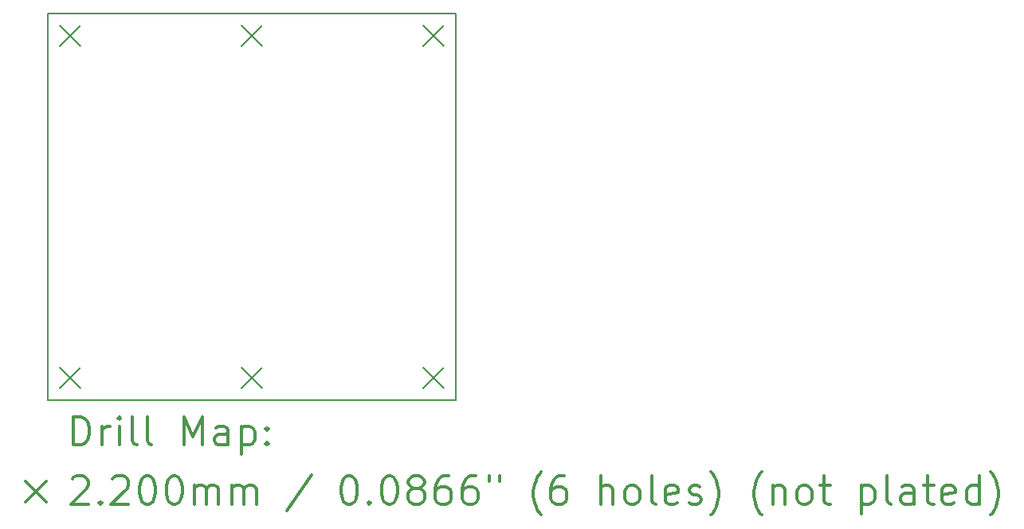
<source format=gbr>
%FSLAX45Y45*%
G04 Gerber Fmt 4.5, Leading zero omitted, Abs format (unit mm)*
G04 Created by KiCad (PCBNEW 5.1.10-88a1d61d58~88~ubuntu20.04.1) date 2021-05-09 22:10:33*
%MOMM*%
%LPD*%
G01*
G04 APERTURE LIST*
%TA.AperFunction,Profile*%
%ADD10C,0.200000*%
%TD*%
%ADD11C,0.200000*%
%ADD12C,0.300000*%
G04 APERTURE END LIST*
D10*
X11960000Y-7620000D02*
X11960000Y-3500000D01*
X16300000Y-7620000D02*
X11960000Y-7620000D01*
X16300000Y-3500000D02*
X16300000Y-7620000D01*
X11960000Y-3500000D02*
X16300000Y-3500000D01*
D11*
X12090000Y-3630000D02*
X12310000Y-3850000D01*
X12310000Y-3630000D02*
X12090000Y-3850000D01*
X12090000Y-7270000D02*
X12310000Y-7490000D01*
X12310000Y-7270000D02*
X12090000Y-7490000D01*
X14020000Y-3630000D02*
X14240000Y-3850000D01*
X14240000Y-3630000D02*
X14020000Y-3850000D01*
X14020000Y-7270000D02*
X14240000Y-7490000D01*
X14240000Y-7270000D02*
X14020000Y-7490000D01*
X15950000Y-3630000D02*
X16170000Y-3850000D01*
X16170000Y-3630000D02*
X15950000Y-3850000D01*
X15950000Y-7270000D02*
X16170000Y-7490000D01*
X16170000Y-7270000D02*
X15950000Y-7490000D01*
D12*
X12236428Y-8095714D02*
X12236428Y-7795714D01*
X12307857Y-7795714D01*
X12350714Y-7810000D01*
X12379286Y-7838571D01*
X12393571Y-7867143D01*
X12407857Y-7924286D01*
X12407857Y-7967143D01*
X12393571Y-8024286D01*
X12379286Y-8052857D01*
X12350714Y-8081429D01*
X12307857Y-8095714D01*
X12236428Y-8095714D01*
X12536428Y-8095714D02*
X12536428Y-7895714D01*
X12536428Y-7952857D02*
X12550714Y-7924286D01*
X12565000Y-7910000D01*
X12593571Y-7895714D01*
X12622143Y-7895714D01*
X12722143Y-8095714D02*
X12722143Y-7895714D01*
X12722143Y-7795714D02*
X12707857Y-7810000D01*
X12722143Y-7824286D01*
X12736428Y-7810000D01*
X12722143Y-7795714D01*
X12722143Y-7824286D01*
X12907857Y-8095714D02*
X12879286Y-8081429D01*
X12865000Y-8052857D01*
X12865000Y-7795714D01*
X13065000Y-8095714D02*
X13036428Y-8081429D01*
X13022143Y-8052857D01*
X13022143Y-7795714D01*
X13407857Y-8095714D02*
X13407857Y-7795714D01*
X13507857Y-8010000D01*
X13607857Y-7795714D01*
X13607857Y-8095714D01*
X13879286Y-8095714D02*
X13879286Y-7938571D01*
X13865000Y-7910000D01*
X13836428Y-7895714D01*
X13779286Y-7895714D01*
X13750714Y-7910000D01*
X13879286Y-8081429D02*
X13850714Y-8095714D01*
X13779286Y-8095714D01*
X13750714Y-8081429D01*
X13736428Y-8052857D01*
X13736428Y-8024286D01*
X13750714Y-7995714D01*
X13779286Y-7981429D01*
X13850714Y-7981429D01*
X13879286Y-7967143D01*
X14022143Y-7895714D02*
X14022143Y-8195714D01*
X14022143Y-7910000D02*
X14050714Y-7895714D01*
X14107857Y-7895714D01*
X14136428Y-7910000D01*
X14150714Y-7924286D01*
X14165000Y-7952857D01*
X14165000Y-8038571D01*
X14150714Y-8067143D01*
X14136428Y-8081429D01*
X14107857Y-8095714D01*
X14050714Y-8095714D01*
X14022143Y-8081429D01*
X14293571Y-8067143D02*
X14307857Y-8081429D01*
X14293571Y-8095714D01*
X14279286Y-8081429D01*
X14293571Y-8067143D01*
X14293571Y-8095714D01*
X14293571Y-7910000D02*
X14307857Y-7924286D01*
X14293571Y-7938571D01*
X14279286Y-7924286D01*
X14293571Y-7910000D01*
X14293571Y-7938571D01*
X11730000Y-8480000D02*
X11950000Y-8700000D01*
X11950000Y-8480000D02*
X11730000Y-8700000D01*
X12222143Y-8454286D02*
X12236428Y-8440000D01*
X12265000Y-8425714D01*
X12336428Y-8425714D01*
X12365000Y-8440000D01*
X12379286Y-8454286D01*
X12393571Y-8482857D01*
X12393571Y-8511429D01*
X12379286Y-8554286D01*
X12207857Y-8725714D01*
X12393571Y-8725714D01*
X12522143Y-8697143D02*
X12536428Y-8711429D01*
X12522143Y-8725714D01*
X12507857Y-8711429D01*
X12522143Y-8697143D01*
X12522143Y-8725714D01*
X12650714Y-8454286D02*
X12665000Y-8440000D01*
X12693571Y-8425714D01*
X12765000Y-8425714D01*
X12793571Y-8440000D01*
X12807857Y-8454286D01*
X12822143Y-8482857D01*
X12822143Y-8511429D01*
X12807857Y-8554286D01*
X12636428Y-8725714D01*
X12822143Y-8725714D01*
X13007857Y-8425714D02*
X13036428Y-8425714D01*
X13065000Y-8440000D01*
X13079286Y-8454286D01*
X13093571Y-8482857D01*
X13107857Y-8540000D01*
X13107857Y-8611429D01*
X13093571Y-8668572D01*
X13079286Y-8697143D01*
X13065000Y-8711429D01*
X13036428Y-8725714D01*
X13007857Y-8725714D01*
X12979286Y-8711429D01*
X12965000Y-8697143D01*
X12950714Y-8668572D01*
X12936428Y-8611429D01*
X12936428Y-8540000D01*
X12950714Y-8482857D01*
X12965000Y-8454286D01*
X12979286Y-8440000D01*
X13007857Y-8425714D01*
X13293571Y-8425714D02*
X13322143Y-8425714D01*
X13350714Y-8440000D01*
X13365000Y-8454286D01*
X13379286Y-8482857D01*
X13393571Y-8540000D01*
X13393571Y-8611429D01*
X13379286Y-8668572D01*
X13365000Y-8697143D01*
X13350714Y-8711429D01*
X13322143Y-8725714D01*
X13293571Y-8725714D01*
X13265000Y-8711429D01*
X13250714Y-8697143D01*
X13236428Y-8668572D01*
X13222143Y-8611429D01*
X13222143Y-8540000D01*
X13236428Y-8482857D01*
X13250714Y-8454286D01*
X13265000Y-8440000D01*
X13293571Y-8425714D01*
X13522143Y-8725714D02*
X13522143Y-8525714D01*
X13522143Y-8554286D02*
X13536428Y-8540000D01*
X13565000Y-8525714D01*
X13607857Y-8525714D01*
X13636428Y-8540000D01*
X13650714Y-8568572D01*
X13650714Y-8725714D01*
X13650714Y-8568572D02*
X13665000Y-8540000D01*
X13693571Y-8525714D01*
X13736428Y-8525714D01*
X13765000Y-8540000D01*
X13779286Y-8568572D01*
X13779286Y-8725714D01*
X13922143Y-8725714D02*
X13922143Y-8525714D01*
X13922143Y-8554286D02*
X13936428Y-8540000D01*
X13965000Y-8525714D01*
X14007857Y-8525714D01*
X14036428Y-8540000D01*
X14050714Y-8568572D01*
X14050714Y-8725714D01*
X14050714Y-8568572D02*
X14065000Y-8540000D01*
X14093571Y-8525714D01*
X14136428Y-8525714D01*
X14165000Y-8540000D01*
X14179286Y-8568572D01*
X14179286Y-8725714D01*
X14765000Y-8411429D02*
X14507857Y-8797143D01*
X15150714Y-8425714D02*
X15179286Y-8425714D01*
X15207857Y-8440000D01*
X15222143Y-8454286D01*
X15236428Y-8482857D01*
X15250714Y-8540000D01*
X15250714Y-8611429D01*
X15236428Y-8668572D01*
X15222143Y-8697143D01*
X15207857Y-8711429D01*
X15179286Y-8725714D01*
X15150714Y-8725714D01*
X15122143Y-8711429D01*
X15107857Y-8697143D01*
X15093571Y-8668572D01*
X15079286Y-8611429D01*
X15079286Y-8540000D01*
X15093571Y-8482857D01*
X15107857Y-8454286D01*
X15122143Y-8440000D01*
X15150714Y-8425714D01*
X15379286Y-8697143D02*
X15393571Y-8711429D01*
X15379286Y-8725714D01*
X15365000Y-8711429D01*
X15379286Y-8697143D01*
X15379286Y-8725714D01*
X15579286Y-8425714D02*
X15607857Y-8425714D01*
X15636428Y-8440000D01*
X15650714Y-8454286D01*
X15665000Y-8482857D01*
X15679286Y-8540000D01*
X15679286Y-8611429D01*
X15665000Y-8668572D01*
X15650714Y-8697143D01*
X15636428Y-8711429D01*
X15607857Y-8725714D01*
X15579286Y-8725714D01*
X15550714Y-8711429D01*
X15536428Y-8697143D01*
X15522143Y-8668572D01*
X15507857Y-8611429D01*
X15507857Y-8540000D01*
X15522143Y-8482857D01*
X15536428Y-8454286D01*
X15550714Y-8440000D01*
X15579286Y-8425714D01*
X15850714Y-8554286D02*
X15822143Y-8540000D01*
X15807857Y-8525714D01*
X15793571Y-8497143D01*
X15793571Y-8482857D01*
X15807857Y-8454286D01*
X15822143Y-8440000D01*
X15850714Y-8425714D01*
X15907857Y-8425714D01*
X15936428Y-8440000D01*
X15950714Y-8454286D01*
X15965000Y-8482857D01*
X15965000Y-8497143D01*
X15950714Y-8525714D01*
X15936428Y-8540000D01*
X15907857Y-8554286D01*
X15850714Y-8554286D01*
X15822143Y-8568572D01*
X15807857Y-8582857D01*
X15793571Y-8611429D01*
X15793571Y-8668572D01*
X15807857Y-8697143D01*
X15822143Y-8711429D01*
X15850714Y-8725714D01*
X15907857Y-8725714D01*
X15936428Y-8711429D01*
X15950714Y-8697143D01*
X15965000Y-8668572D01*
X15965000Y-8611429D01*
X15950714Y-8582857D01*
X15936428Y-8568572D01*
X15907857Y-8554286D01*
X16222143Y-8425714D02*
X16165000Y-8425714D01*
X16136428Y-8440000D01*
X16122143Y-8454286D01*
X16093571Y-8497143D01*
X16079286Y-8554286D01*
X16079286Y-8668572D01*
X16093571Y-8697143D01*
X16107857Y-8711429D01*
X16136428Y-8725714D01*
X16193571Y-8725714D01*
X16222143Y-8711429D01*
X16236428Y-8697143D01*
X16250714Y-8668572D01*
X16250714Y-8597143D01*
X16236428Y-8568572D01*
X16222143Y-8554286D01*
X16193571Y-8540000D01*
X16136428Y-8540000D01*
X16107857Y-8554286D01*
X16093571Y-8568572D01*
X16079286Y-8597143D01*
X16507857Y-8425714D02*
X16450714Y-8425714D01*
X16422143Y-8440000D01*
X16407857Y-8454286D01*
X16379286Y-8497143D01*
X16365000Y-8554286D01*
X16365000Y-8668572D01*
X16379286Y-8697143D01*
X16393571Y-8711429D01*
X16422143Y-8725714D01*
X16479286Y-8725714D01*
X16507857Y-8711429D01*
X16522143Y-8697143D01*
X16536428Y-8668572D01*
X16536428Y-8597143D01*
X16522143Y-8568572D01*
X16507857Y-8554286D01*
X16479286Y-8540000D01*
X16422143Y-8540000D01*
X16393571Y-8554286D01*
X16379286Y-8568572D01*
X16365000Y-8597143D01*
X16650714Y-8425714D02*
X16650714Y-8482857D01*
X16765000Y-8425714D02*
X16765000Y-8482857D01*
X17207857Y-8840000D02*
X17193571Y-8825714D01*
X17165000Y-8782857D01*
X17150714Y-8754286D01*
X17136428Y-8711429D01*
X17122143Y-8640000D01*
X17122143Y-8582857D01*
X17136428Y-8511429D01*
X17150714Y-8468572D01*
X17165000Y-8440000D01*
X17193571Y-8397143D01*
X17207857Y-8382857D01*
X17450714Y-8425714D02*
X17393571Y-8425714D01*
X17365000Y-8440000D01*
X17350714Y-8454286D01*
X17322143Y-8497143D01*
X17307857Y-8554286D01*
X17307857Y-8668572D01*
X17322143Y-8697143D01*
X17336428Y-8711429D01*
X17365000Y-8725714D01*
X17422143Y-8725714D01*
X17450714Y-8711429D01*
X17465000Y-8697143D01*
X17479286Y-8668572D01*
X17479286Y-8597143D01*
X17465000Y-8568572D01*
X17450714Y-8554286D01*
X17422143Y-8540000D01*
X17365000Y-8540000D01*
X17336428Y-8554286D01*
X17322143Y-8568572D01*
X17307857Y-8597143D01*
X17836428Y-8725714D02*
X17836428Y-8425714D01*
X17965000Y-8725714D02*
X17965000Y-8568572D01*
X17950714Y-8540000D01*
X17922143Y-8525714D01*
X17879286Y-8525714D01*
X17850714Y-8540000D01*
X17836428Y-8554286D01*
X18150714Y-8725714D02*
X18122143Y-8711429D01*
X18107857Y-8697143D01*
X18093571Y-8668572D01*
X18093571Y-8582857D01*
X18107857Y-8554286D01*
X18122143Y-8540000D01*
X18150714Y-8525714D01*
X18193571Y-8525714D01*
X18222143Y-8540000D01*
X18236428Y-8554286D01*
X18250714Y-8582857D01*
X18250714Y-8668572D01*
X18236428Y-8697143D01*
X18222143Y-8711429D01*
X18193571Y-8725714D01*
X18150714Y-8725714D01*
X18422143Y-8725714D02*
X18393571Y-8711429D01*
X18379286Y-8682857D01*
X18379286Y-8425714D01*
X18650714Y-8711429D02*
X18622143Y-8725714D01*
X18565000Y-8725714D01*
X18536428Y-8711429D01*
X18522143Y-8682857D01*
X18522143Y-8568572D01*
X18536428Y-8540000D01*
X18565000Y-8525714D01*
X18622143Y-8525714D01*
X18650714Y-8540000D01*
X18665000Y-8568572D01*
X18665000Y-8597143D01*
X18522143Y-8625714D01*
X18779286Y-8711429D02*
X18807857Y-8725714D01*
X18865000Y-8725714D01*
X18893571Y-8711429D01*
X18907857Y-8682857D01*
X18907857Y-8668572D01*
X18893571Y-8640000D01*
X18865000Y-8625714D01*
X18822143Y-8625714D01*
X18793571Y-8611429D01*
X18779286Y-8582857D01*
X18779286Y-8568572D01*
X18793571Y-8540000D01*
X18822143Y-8525714D01*
X18865000Y-8525714D01*
X18893571Y-8540000D01*
X19007857Y-8840000D02*
X19022143Y-8825714D01*
X19050714Y-8782857D01*
X19065000Y-8754286D01*
X19079286Y-8711429D01*
X19093571Y-8640000D01*
X19093571Y-8582857D01*
X19079286Y-8511429D01*
X19065000Y-8468572D01*
X19050714Y-8440000D01*
X19022143Y-8397143D01*
X19007857Y-8382857D01*
X19550714Y-8840000D02*
X19536428Y-8825714D01*
X19507857Y-8782857D01*
X19493571Y-8754286D01*
X19479286Y-8711429D01*
X19465000Y-8640000D01*
X19465000Y-8582857D01*
X19479286Y-8511429D01*
X19493571Y-8468572D01*
X19507857Y-8440000D01*
X19536428Y-8397143D01*
X19550714Y-8382857D01*
X19665000Y-8525714D02*
X19665000Y-8725714D01*
X19665000Y-8554286D02*
X19679286Y-8540000D01*
X19707857Y-8525714D01*
X19750714Y-8525714D01*
X19779286Y-8540000D01*
X19793571Y-8568572D01*
X19793571Y-8725714D01*
X19979286Y-8725714D02*
X19950714Y-8711429D01*
X19936428Y-8697143D01*
X19922143Y-8668572D01*
X19922143Y-8582857D01*
X19936428Y-8554286D01*
X19950714Y-8540000D01*
X19979286Y-8525714D01*
X20022143Y-8525714D01*
X20050714Y-8540000D01*
X20065000Y-8554286D01*
X20079286Y-8582857D01*
X20079286Y-8668572D01*
X20065000Y-8697143D01*
X20050714Y-8711429D01*
X20022143Y-8725714D01*
X19979286Y-8725714D01*
X20165000Y-8525714D02*
X20279286Y-8525714D01*
X20207857Y-8425714D02*
X20207857Y-8682857D01*
X20222143Y-8711429D01*
X20250714Y-8725714D01*
X20279286Y-8725714D01*
X20607857Y-8525714D02*
X20607857Y-8825714D01*
X20607857Y-8540000D02*
X20636428Y-8525714D01*
X20693571Y-8525714D01*
X20722143Y-8540000D01*
X20736428Y-8554286D01*
X20750714Y-8582857D01*
X20750714Y-8668572D01*
X20736428Y-8697143D01*
X20722143Y-8711429D01*
X20693571Y-8725714D01*
X20636428Y-8725714D01*
X20607857Y-8711429D01*
X20922143Y-8725714D02*
X20893571Y-8711429D01*
X20879286Y-8682857D01*
X20879286Y-8425714D01*
X21165000Y-8725714D02*
X21165000Y-8568572D01*
X21150714Y-8540000D01*
X21122143Y-8525714D01*
X21065000Y-8525714D01*
X21036428Y-8540000D01*
X21165000Y-8711429D02*
X21136428Y-8725714D01*
X21065000Y-8725714D01*
X21036428Y-8711429D01*
X21022143Y-8682857D01*
X21022143Y-8654286D01*
X21036428Y-8625714D01*
X21065000Y-8611429D01*
X21136428Y-8611429D01*
X21165000Y-8597143D01*
X21265000Y-8525714D02*
X21379286Y-8525714D01*
X21307857Y-8425714D02*
X21307857Y-8682857D01*
X21322143Y-8711429D01*
X21350714Y-8725714D01*
X21379286Y-8725714D01*
X21593571Y-8711429D02*
X21565000Y-8725714D01*
X21507857Y-8725714D01*
X21479286Y-8711429D01*
X21465000Y-8682857D01*
X21465000Y-8568572D01*
X21479286Y-8540000D01*
X21507857Y-8525714D01*
X21565000Y-8525714D01*
X21593571Y-8540000D01*
X21607857Y-8568572D01*
X21607857Y-8597143D01*
X21465000Y-8625714D01*
X21865000Y-8725714D02*
X21865000Y-8425714D01*
X21865000Y-8711429D02*
X21836428Y-8725714D01*
X21779286Y-8725714D01*
X21750714Y-8711429D01*
X21736428Y-8697143D01*
X21722143Y-8668572D01*
X21722143Y-8582857D01*
X21736428Y-8554286D01*
X21750714Y-8540000D01*
X21779286Y-8525714D01*
X21836428Y-8525714D01*
X21865000Y-8540000D01*
X21979286Y-8840000D02*
X21993571Y-8825714D01*
X22022143Y-8782857D01*
X22036428Y-8754286D01*
X22050714Y-8711429D01*
X22065000Y-8640000D01*
X22065000Y-8582857D01*
X22050714Y-8511429D01*
X22036428Y-8468572D01*
X22022143Y-8440000D01*
X21993571Y-8397143D01*
X21979286Y-8382857D01*
M02*

</source>
